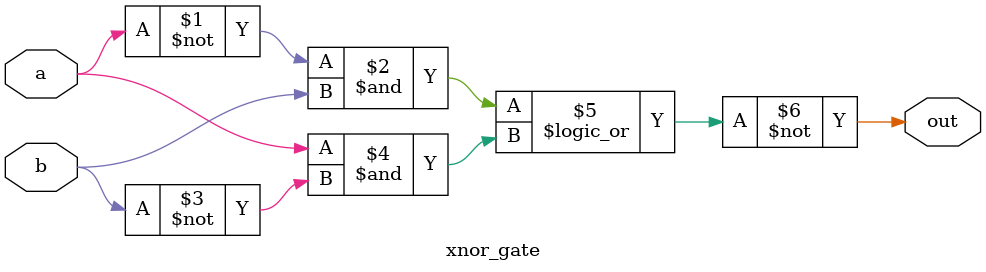
<source format=v>
module xnor_gate(a, b, out);
    input a;
    input b;
    output out;

   assign out = ~((~a & b) || (a & ~b));

endmodule
</source>
